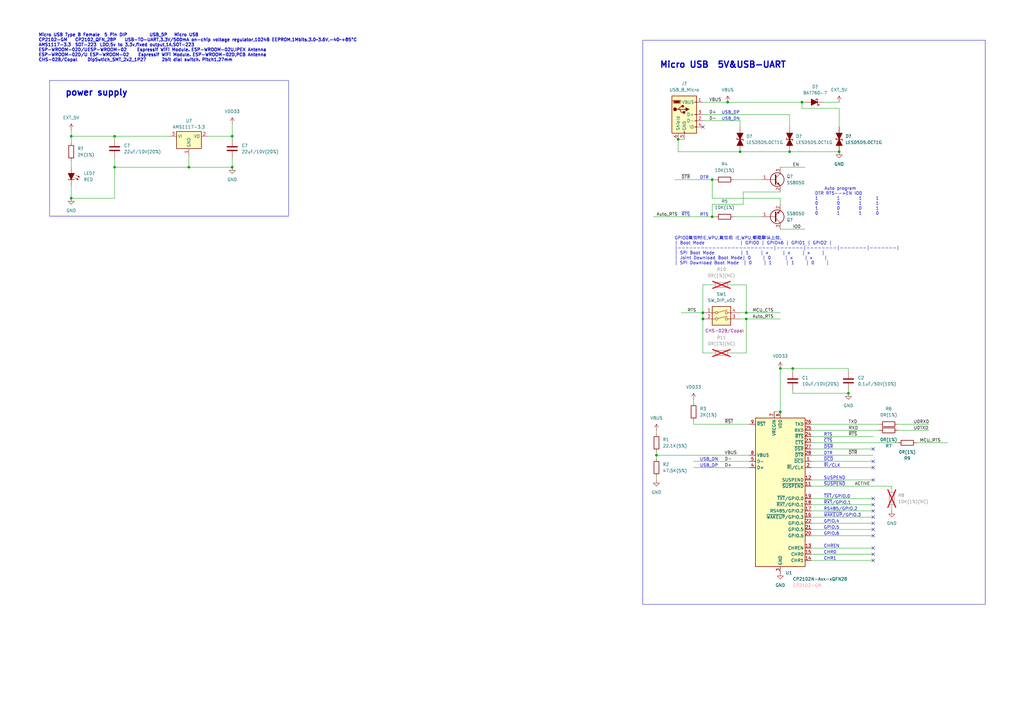
<source format=kicad_sch>
(kicad_sch (version 20250114) (generator "eeschema") (generator_version "9.0")
  (paper "A3")
  (lib_symbols
    (symbol "Connector:USB_B_Micro" (pin_names (offset 1.016))
      (property "Reference" "J" (at -5.08 11.43 0))
      (property "Value" "USB_B_Micro" (at -5.08 8.89 0))
      (symbol "USB_B_Micro_0_1"
        (rectangle (start -5.08 -7.62) (end 5.08 7.62) (stroke (width 0.254)) (fill (type background)))
        (polyline (pts (xy -4.699 5.842) (xy -4.699 5.588) (xy -4.445 4.826) (xy -4.445 4.572) (xy -1.651 4.572) (xy -1.651 4.826) (xy -1.397 5.588) (xy -1.397 5.842) (xy -4.699 5.842)))
        (polyline (pts (xy -4.318 5.588) (xy -1.778 5.588) (xy -2.032 4.826) (xy -4.064 4.826) (xy -4.318 5.588)) (fill (type outline)))
        (circle (center -3.81 2.159) (radius 0.635) (stroke (width 0.254)) (fill (type outline)))
        (polyline (pts (xy -3.175 2.159) (xy -2.54 2.159) (xy -1.27 3.429) (xy -0.635 3.429)) (stroke (width 0.254)))
        (polyline (pts (xy -2.54 2.159) (xy -1.905 2.159) (xy -1.27 0.889) (xy 0 0.889)) (stroke (width 0.254)))
        (polyline (pts (xy -1.905 2.159) (xy 0.635 2.159)) (stroke (width 0.254)))
        (circle (center -0.635 3.429) (radius 0.381) (stroke (width 0.254)) (fill (type outline)))
        (rectangle (start -0.127 -7.62) (end 0.127 -6.858))
        (rectangle (start 0.254 1.27) (end -0.508 0.508) (stroke (width 0.254)) (fill (type outline)))
        (polyline (pts (xy 0.635 2.794) (xy 0.635 1.524) (xy 1.905 2.159) (xy 0.635 2.794)) (stroke (width 0.254)) (fill (type outline)))
        (rectangle (start 5.08 4.953) (end 4.318 5.207))
        (rectangle (start 5.08 -0.127) (end 4.318 0.127))
        (rectangle (start 5.08 -2.667) (end 4.318 -2.413))
        (rectangle (start 5.08 -5.207) (end 4.318 -4.953))
      )
      (symbol "USB_B_Micro_1_1"
        (pin passive line (at -2.54 -10.16 90) (length 2.54) (name "Shield") (number "6"))
        (pin power_out line (at 0 -10.16 90) (length 2.54) (name "GND") (number "5"))
        (pin power_out line (at 7.62 5.08 180) (length 2.54) (name "VBUS") (number "1"))
        (pin bidirectional line (at 7.62 0 180) (length 2.54) (name "D+") (number "3"))
        (pin bidirectional line (at 7.62 -2.54 180) (length 2.54) (name "D-") (number "2"))
        (pin passive line (at 7.62 -5.08 180) (length 2.54) (name "ID") (number "4"))
      )
    )
    (symbol "Interface_USB:CP2102N-Axx-xQFN28"
      (property "Reference" "U" (at -8.89 31.75 0))
      (property "Value" "CP2102N-Axx-xQFN28" (at 12.7 31.75 0))
      (symbol "CP2102N-Axx-xQFN28_0_1"
        (rectangle (start -10.16 30.48) (end 10.16 -30.48) (stroke (width 0.254)) (fill (type background)))
      )
      (symbol "CP2102N-Axx-xQFN28_1_1"
        (pin input line (at -12.7 27.94 0) (length 2.54) (name "~{RST}") (number "9"))
        (pin input line (at -12.7 15.24 0) (length 2.54) (name "VBUS") (number "8"))
        (pin bidirectional line (at -12.7 12.7 0) (length 2.54) (name "D-") (number "5"))
        (pin bidirectional line (at -12.7 10.16 0) (length 2.54) (name "D+") (number "4"))
        (pin no_connect line (at -10.16 -27.94 0) (length 2.54) (hide yes) (name "NC") (number "10"))
        (pin power_in line (at -2.54 33.02 270) (length 2.54) (name "VREGIN") (number "7"))
        (pin power_in line (at 0 33.02 270) (length 2.54) (name "VDD") (number "6"))
        (pin passive line (at 0 -33.02 90) (length 2.54) (hide yes) (name "GND") (number "29"))
        (pin power_in line (at 0 -33.02 90) (length 2.54) (name "GND") (number "3"))
        (pin output line (at 12.7 27.94 180) (length 2.54) (name "TXD") (number "26"))
        (pin input line (at 12.7 25.4 180) (length 2.54) (name "RXD") (number "25"))
        (pin output line (at 12.7 22.86 180) (length 2.54) (name "~{RTS}") (number "24"))
        (pin input line (at 12.7 20.32 180) (length 2.54) (name "~{CTS}") (number "23"))
        (pin input line (at 12.7 17.78 180) (length 2.54) (name "~{DSR}") (number "27"))
        (pin output line (at 12.7 15.24 180) (length 2.54) (name "~{DTR}") (number "28"))
        (pin input line (at 12.7 12.7 180) (length 2.54) (name "~{DCD}") (number "1"))
        (pin bidirectional line (at 12.7 10.16 180) (length 2.54) (name "~{RI}/CLK") (number "2"))
        (pin output line (at 12.7 5.08 180) (length 2.54) (name "SUSPEND") (number "12"))
        (pin output line (at 12.7 2.54 180) (length 2.54) (name "~{SUSPEND}") (number "11"))
        (pin bidirectional line (at 12.7 -2.54 180) (length 2.54) (name "~{TXT}/GPIO.0") (number "19"))
        (pin bidirectional line (at 12.7 -5.08 180) (length 2.54) (name "~{RXT}/GPIO.1") (number "18"))
        (pin bidirectional line (at 12.7 -7.62 180) (length 2.54) (name "RS485/GPIO.2") (number "17"))
        (pin bidirectional line (at 12.7 -10.16 180) (length 2.54) (name "~{WAKEUP}/GPIO.3") (number "16"))
        (pin bidirectional line (at 12.7 -12.7 180) (length 2.54) (name "GPIO.4") (number "22"))
        (pin bidirectional line (at 12.7 -15.24 180) (length 2.54) (name "GPIO.5") (number "21"))
        (pin bidirectional line (at 12.7 -17.78 180) (length 2.54) (name "GPIO.6") (number "20"))
        (pin output line (at 12.7 -22.86 180) (length 2.54) (name "CHREN") (number "13"))
        (pin output line (at 12.7 -25.4 180) (length 2.54) (name "CHR0") (number "15"))
        (pin output line (at 12.7 -27.94 180) (length 2.54) (name "CHR1") (number "14"))
      )
    )
    (symbol "Library:BAT760-7" (pin_numbers (hide yes)) (pin_names (offset 1.016) (hide yes))
      (property "Reference" "D" (at 0 7.62 0))
      (property "Value" "BAT760-7" (at 0 5.08 0))
      (symbol "BAT760-7_0_1"
        (polyline (pts (xy -1.27 0) (xy 1.27 0)))
        (polyline (pts (xy -1.27 -1.27) (xy -1.27 1.27) (xy 1.27 0) (xy -1.27 -1.27)) (stroke (width 0.254)) (fill (type outline)))
        (polyline (pts (xy 1.905 -0.762) (xy 1.905 -1.27) (xy 1.27 -1.27) (xy 1.27 1.27) (xy 0.635 1.27) (xy 0.635 0.762)) (stroke (width 0.254)))
      )
      (symbol "BAT760-7_0_2"
        (polyline (pts (xy -2.54 -2.54) (xy 2.54 2.54)))
        (polyline (pts (xy -0.889 -0.889) (xy -1.778 0) (xy 0.889 0.889) (xy 0 -1.778) (xy -0.889 -0.889)) (stroke (width 0.254)) (fill (type outline)))
        (polyline (pts (xy 0 1.778) (xy 1.778 0)) (stroke (width 0.254)))
        (polyline (pts (xy 0 1.778) (xy -0.381 1.397) (xy 0 1.016)) (stroke (width 0.254)))
        (polyline (pts (xy 1.778 0) (xy 2.159 0.381) (xy 1.778 0.762)) (stroke (width 0.254)))
      )
      (symbol "BAT760-7_1_1"
        (pin passive line (at -3.81 0 0) (length 2.54) (name "A") (number "2"))
        (pin passive line (at 3.81 0 180) (length 2.54) (name "K") (number "1"))
      )
      (symbol "BAT760-7_1_2"
        (pin passive line (at -2.54 -2.54 0) (length 0) (name "A") (number "2"))
        (pin passive line (at 2.54 2.54 180) (length 0) (name "K") (number "1"))
      )
    )
    (symbol "Library:LESD5D5.0CT1G" (pin_numbers (hide yes)) (pin_names (offset 1.016) (hide yes))
      (property "Reference" "D" (at 0 7.62 0))
      (property "Value" "LESD5D5.0CT1G" (at 0 5.08 0))
      (symbol "LESD5D5.0CT1G_0_1"
        (polyline (pts (xy 0 1.27) (xy 0 -1.27)) (stroke (width 0.254)))
        (polyline (pts (xy 0 1.27) (xy 0.508 1.27)) (stroke (width 0.254)))
        (polyline (pts (xy 0 0) (xy -2.54 1.27) (xy -2.54 -1.27) (xy 0 0)) (stroke (width 0.254)) (fill (type outline)))
        (polyline (pts (xy 0 -1.27) (xy -0.508 -1.27)) (stroke (width 0.254)))
        (polyline (pts (xy 1.27 0) (xy -1.27 0)))
        (polyline (pts (xy 2.54 1.27) (xy 2.54 -1.27) (xy 0 0) (xy 2.54 1.27)) (stroke (width 0.254)) (fill (type outline)))
      )
      (symbol "LESD5D5.0CT1G_0_2"
        (polyline (pts (xy -3.81 -3.81) (xy 3.81 3.81)))
        (polyline (pts (xy -1.778 -1.778) (xy -2.667 -0.889) (xy 0 0) (xy -0.889 -2.667) (xy -1.778 -1.778)) (stroke (width 0.254)) (fill (type outline)))
        (polyline (pts (xy -0.889 0.889) (xy -1.27 0.508)) (stroke (width 0.254)))
        (polyline (pts (xy -0.889 0.889) (xy 0.889 -0.889)) (stroke (width 0.254)))
        (polyline (pts (xy 0.889 -0.889) (xy 1.27 -0.508)) (stroke (width 0.254)))
        (polyline (pts (xy 1.778 1.778) (xy 2.667 0.889) (xy 0 0) (xy 0.889 2.667) (xy 1.778 1.778)) (stroke (width 0.254)) (fill (type outline)))
      )
      (symbol "LESD5D5.0CT1G_1_1"
        (pin passive line (at -5.08 0 0) (length 2.54) (name "K") (number "1"))
        (pin passive line (at 5.08 0 180) (length 2.54) (name "A") (number "2"))
      )
      (symbol "LESD5D5.0CT1G_1_2"
        (pin passive line (at -3.81 -3.81 0) (length 0) (name "A") (number "2"))
        (pin passive line (at 3.81 3.81 180) (length 0) (name "K") (number "1"))
      )
    )
    (symbol "PCM_Capacitor_AKL:C_1206" (pin_numbers (hide yes)) (pin_names (offset 0.254))
      (property "Reference" "C" (at 0.635 2.54 0))
      (property "Value" "C_1206" (at 0.635 -2.54 0))
      (symbol "C_1206_0_1"
        (polyline (pts (xy -2.032 0.762) (xy 2.032 0.762)) (stroke (width 0.508)))
        (polyline (pts (xy -2.032 -0.762) (xy 2.032 -0.762)) (stroke (width 0.508)))
      )
      (symbol "C_1206_0_2"
        (polyline (pts (xy -2.54 -2.54) (xy -0.381 -0.381)))
        (polyline (pts (xy -0.508 -0.508) (xy -1.651 0.635)) (stroke (width 0.508)))
        (polyline (pts (xy -0.508 -0.508) (xy 0.635 -1.651)) (stroke (width 0.508)))
        (polyline (pts (xy 0.381 0.381) (xy 2.54 2.54)))
        (polyline (pts (xy 0.508 0.508) (xy -0.635 1.651)) (stroke (width 0.508)))
        (polyline (pts (xy 0.508 0.508) (xy 1.651 -0.635)) (stroke (width 0.508)))
      )
      (symbol "C_1206_1_1"
        (pin passive line (at 0 3.81 270) (length 2.794) (name "~") (number "1"))
        (pin passive line (at 0 -3.81 90) (length 2.794) (name "~") (number "2"))
      )
      (symbol "C_1206_1_2"
        (pin passive line (at -2.54 -2.54 90) (length 0) (name "~") (number "2"))
        (pin passive line (at 2.54 2.54 270) (length 0) (name "~") (number "1"))
      )
    )
    (symbol "PCM_LED_AKL:LED_1206" (pin_numbers (hide yes)) (pin_names (offset 1.016) (hide yes))
      (property "Reference" "LED" (at 0 7.62 0))
      (property "Value" "LED_1206" (at 0 5.08 0))
      (symbol "LED_1206_0_1"
        (polyline (pts (xy -1.27 1.27) (xy -1.27 -1.27) (xy 1.27 0) (xy -1.27 1.27)) (stroke (width 0.254)) (fill (type outline)))
        (polyline (pts (xy -0.508 1.905) (xy 0.254 3.429)) (stroke (width 0.1524)))
        (polyline (pts (xy 0 2.921) (xy -0.254 3.048)) (stroke (width 0.1524)))
        (polyline (pts (xy 0 2.921) (xy 0.254 2.794)) (stroke (width 0.1524)))
        (polyline (pts (xy 0.254 2.794) (xy -0.254 3.048) (xy 0.254 3.429) (xy 0.254 2.794)) (stroke (width 0.1524)) (fill (type outline)))
        (polyline (pts (xy 0.508 1.397) (xy 1.27 2.921)) (stroke (width 0.1524)))
        (polyline (pts (xy 1.016 2.413) (xy 0.762 2.54)) (stroke (width 0.1524)))
        (polyline (pts (xy 1.016 2.413) (xy 1.27 2.286)) (stroke (width 0.1524)))
        (polyline (pts (xy 1.27 2.286) (xy 0.762 2.54) (xy 1.27 2.921) (xy 1.27 2.286)) (stroke (width 0.1524)) (fill (type outline)))
        (polyline (pts (xy 1.27 1.27) (xy 1.27 -1.27)) (stroke (width 0.254)))
        (polyline (pts (xy 1.27 0) (xy -1.27 0)))
      )
      (symbol "LED_1206_0_2"
        (polyline (pts (xy -2.54 -2.54) (xy 2.54 2.54)))
        (polyline (pts (xy -2.159 2.413) (xy -2.286 1.778) (xy -1.6764 1.9812) (xy -2.159 2.413)) (fill (type outline)))
        (polyline (pts (xy -1.651 0.889) (xy -2.159 2.413)))
        (polyline (pts (xy -1.016 2.794) (xy -1.143 2.159) (xy -0.5334 2.3622) (xy -1.016 2.794)) (fill (type outline)))
        (polyline (pts (xy -0.889 -0.889) (xy -1.778 0) (xy 0.889 0.889) (xy 0 -1.778) (xy -0.889 -0.889)) (stroke (width 0.254)) (fill (type outline)))
        (polyline (pts (xy -0.508 1.27) (xy -1.016 2.794)))
        (polyline (pts (xy 0 1.778) (xy 1.778 0)) (stroke (width 0.254)))
      )
      (symbol "LED_1206_1_1"
        (pin passive line (at -3.81 0 0) (length 2.54) (name "A") (number "2"))
        (pin passive line (at 3.81 0 180) (length 2.54) (name "K") (number "1"))
      )
      (symbol "LED_1206_1_2"
        (pin passive line (at -2.54 -2.54 0) (length 0) (name "A") (number "2"))
        (pin passive line (at 2.54 2.54 180) (length 0) (name "K") (number "1"))
      )
    )
    (symbol "PCM_Resistor_AKL:R_1206" (pin_numbers (hide yes)) (pin_names (offset 0))
      (property "Reference" "R" (at 2.54 1.27 0))
      (property "Value" "R_1206" (at 2.54 -1.27 0))
      (symbol "R_1206_0_1"
        (rectangle (start -1.016 2.54) (end 1.016 -2.54) (stroke (width 0.254)))
      )
      (symbol "R_1206_0_2"
        (polyline (pts (xy -2.54 -2.54) (xy -1.524 -1.524)))
        (polyline (pts (xy 1.524 1.524) (xy 2.54 2.54)))
        (polyline (pts (xy 1.524 1.524) (xy 0.889 2.159) (xy -2.159 -0.889) (xy -0.889 -2.159) (xy 2.159 0.889) (xy 1.524 1.524)) (stroke (width 0.254)))
      )
      (symbol "R_1206_1_1"
        (pin passive line (at 0 3.81 270) (length 1.27) (name "~") (number "1"))
        (pin passive line (at 0 -3.81 90) (length 1.27) (name "~") (number "2"))
      )
      (symbol "R_1206_1_2"
        (pin passive line (at -2.54 -2.54 0) (length 0) (name "") (number "2"))
        (pin passive line (at 2.54 2.54 180) (length 0) (name "") (number "1"))
      )
    )
    (symbol "Regulator_Linear:AMS1117-3.3"
      (property "Reference" "U" (at -3.81 3.175 0))
      (property "Value" "AMS1117-3.3" (at 0 3.175 0))
      (symbol "AMS1117-3.3_0_1"
        (rectangle (start -5.08 -5.08) (end 5.08 1.905) (stroke (width 0.254)) (fill (type background)))
      )
      (symbol "AMS1117-3.3_1_1"
        (pin power_in line (at -7.62 0 0) (length 2.54) (name "VI") (number "3"))
        (pin power_in line (at 0 -7.62 90) (length 2.54) (name "GND") (number "1"))
        (pin power_out line (at 7.62 0 180) (length 2.54) (name "VO") (number "2"))
      )
    )
    (symbol "Switch:SW_DIP_x02" (pin_names (offset 0) (hide yes))
      (property "Reference" "SW" (at 0 6.35 0))
      (property "Value" "SW_DIP_x02" (at 0 -3.81 0))
      (symbol "SW_DIP_x02_0_0"
        (circle (center -2.032 2.54) (radius 0.508))
        (circle (center -2.032 0) (radius 0.508))
        (polyline (pts (xy -1.524 2.667) (xy 2.3622 3.7084)))
        (polyline (pts (xy -1.524 0.127) (xy 2.3622 1.1684)))
        (circle (center 2.032 2.54) (radius 0.508))
        (circle (center 2.032 0) (radius 0.508))
      )
      (symbol "SW_DIP_x02_0_1"
        (rectangle (start -3.81 5.08) (end 3.81 -2.54) (stroke (width 0.254)) (fill (type background)))
      )
      (symbol "SW_DIP_x02_1_1"
        (pin passive line (at -7.62 2.54 0) (length 5.08) (name "~") (number "1"))
        (pin passive line (at -7.62 0 0) (length 5.08) (name "~") (number "2"))
        (pin passive line (at 7.62 2.54 180) (length 5.08) (name "~") (number "4"))
        (pin passive line (at 7.62 0 180) (length 5.08) (name "~") (number "3"))
      )
    )
    (symbol "Transistor_BJT:SS8050" (pin_names (offset 0) (hide yes))
      (property "Reference" "Q" (at 5.08 1.905 0))
      (property "Value" "SS8050" (at 5.08 0 0))
      (symbol "SS8050_0_1"
        (polyline (pts (xy -2.54 0) (xy 0.635 0)))
        (polyline (pts (xy 0.635 1.905) (xy 0.635 -1.905)) (stroke (width 0.508)))
        (circle (center 1.27 0) (radius 2.8194) (stroke (width 0.254)))
      )
      (symbol "SS8050_1_1"
        (polyline (pts (xy 0.635 0.635) (xy 2.54 2.54)))
        (polyline (pts (xy 0.635 -0.635) (xy 2.54 -2.54)))
        (polyline (pts (xy 1.27 -1.778) (xy 1.778 -1.27) (xy 2.286 -2.286) (xy 1.27 -1.778)) (fill (type outline)))
        (pin input line (at -5.08 0 0) (length 2.54) (name "B") (number "1"))
        (pin passive line (at 2.54 5.08 270) (length 2.54) (name "C") (number "3"))
        (pin passive line (at 2.54 -5.08 90) (length 2.54) (name "E") (number "2"))
      )
    )
    (symbol "power:+5V" (power) (pin_numbers (hide yes)) (pin_names (offset 0) (hide yes))
      (property "Value" "+5V" (at 0 3.556 0))
      (symbol "+5V_0_1"
        (polyline (pts (xy -0.762 1.27) (xy 0 2.54)))
        (polyline (pts (xy 0 2.54) (xy 0.762 1.27)))
        (polyline (pts (xy 0 0) (xy 0 2.54)))
      )
      (symbol "+5V_1_1"
        (pin power_in line (at 0 0 90) (length 0) (name "~") (number "1"))
      )
    )
    (symbol "power:GND" (power) (pin_numbers (hide yes)) (pin_names (offset 0) (hide yes))
      (property "Value" "GND" (at 0 -3.81 0))
      (symbol "GND_0_1"
        (polyline (pts (xy 0 0) (xy 0 -1.27) (xy 1.27 -1.27) (xy 0 -2.54) (xy -1.27 -1.27) (xy 0 -1.27)))
      )
      (symbol "GND_1_1"
        (pin power_in line (at 0 0 270) (length 0) (name "~") (number "1"))
      )
    )
    (symbol "power:VBUS" (power) (pin_numbers (hide yes)) (pin_names (offset 0) (hide yes))
      (property "Value" "VBUS" (at 0 3.556 0))
      (symbol "VBUS_0_1"
        (polyline (pts (xy -0.762 1.27) (xy 0 2.54)))
        (polyline (pts (xy 0 2.54) (xy 0.762 1.27)))
        (polyline (pts (xy 0 0) (xy 0 2.54)))
      )
      (symbol "VBUS_1_1"
        (pin power_in line (at 0 0 90) (length 0) (name "~") (number "1"))
      )
    )
  )
  (rectangle (start 263.652 16.51) (end 404.114 247.904))
  (rectangle (start 20.32 33.02) (end 118.364 88.646))
  (text "~{WAKEUP}/GPIO.3" (at 337.82 212.09 0) (effects (font (size 1.27 1.27)) (justify left bottom)))
  (text "SUSPEND" (at 337.82 196.85 0) (effects (font (size 1.27 1.27)) (justify left bottom)))
  (text "USB_DP" (at 295.91 46.99 0) (effects (font (size 1.27 1.27)) (justify left bottom)))
  (text "GPIO.5" (at 337.82 217.17 0) (effects (font (size 1.27 1.27)) (justify left bottom)))
  (text "CHR0" (at 337.82 227.33 0) (effects (font (size 1.27 1.27)) (justify left bottom)))
  (text "DTR" (at 287.02 73.66 0) (effects (font (size 1.27 1.27)) (justify left bottom)))
  (text "~{RI}/CLK" (at 337.82 191.77 0) (effects (font (size 1.27 1.27)) (justify left bottom)))
  (text "CHREN" (at 337.82 224.79 0) (effects (font (size 1.27 1.27)) (justify left bottom)))
  (text "GPIO.4" (at 337.82 214.63 0) (effects (font (size 1.27 1.27)) (justify left bottom)))
  (text "     Auto program\n DTR RTS-->EN IO0\n 1        1        1      1\n 0        0        1      1\n 1        0        0      1\n 0        1        1      0" (at 333.248 82.55 0) (effects (font (size 1.27 1.27)) (justify left)))
  (text "~{CTS}" (at 337.82 181.61 0) (effects (font (size 1.27 1.27)) (justify left bottom)))
  (text "~{TXT}/GPIO.0" (at 337.82 204.47 0) (effects (font (size 1.27 1.27)) (justify left bottom)))
  (text "CHR1" (at 337.82 229.87 0) (effects (font (size 1.27 1.27)) (justify left bottom)))
  (text "RTS" (at 337.82 179.07 0) (effects (font (size 1.27 1.27)) (justify left bottom)))
  (text "RS485/GPIO.2" (at 337.82 209.55 0) (effects (font (size 1.27 1.27)) (justify left bottom)))
  (text "~{DSR}" (at 337.82 184.15 0) (effects (font (size 1.27 1.27)) (justify left bottom)))
  (text "Micro USB  5V&USB-UART" (at 270.51 26.67 0) (effects (font (size 2.54 2.54) (thickness 0.508) (bold yes)) (justify left)))
  (text "~{DCD}" (at 337.82 189.23 0) (effects (font (size 1.27 1.27)) (justify left bottom)))
  (text "GPIO0复位时IE,WPU,复位后 IE,WPU,都是默认上拉.\n| Boot Mode               | GPIO0 | GPIO46 | GPIO1 | GPIO2 |\n|-------------------------|-------|--------|-------|-------|\n| SPI Boot Mode           | 1     | x      | x     | x     |\n| Joint Download Boot Mode| 0     | 0      | x     | x     |\n| SPI Download Boot Mode  | 0     | 1      | 1     | 0     |" (at 276.606 102.87 0) (effects (font (size 1.27 1.27)) (justify left)))
  (text "USB_DN" (at 295.91 49.53 0) (effects (font (size 1.27 1.27)) (justify left bottom)))
  (text "USB_DN" (at 287.02 189.23 0) (effects (font (size 1.27 1.27)) (justify left bottom)))
  (text "USB_DP" (at 287.02 191.77 0) (effects (font (size 1.27 1.27)) (justify left bottom)))
  (text "GPIO.6" (at 337.82 219.71 0) (effects (font (size 1.27 1.27)) (justify left bottom)))
  (text "~{SUSPEND}" (at 337.82 199.39 0) (effects (font (size 1.27 1.27)) (justify left bottom)))
  (text "Micro USB Type B Female  5 Pin DIP	USB_5P	Micro USB\nCP2102-GM	CP2102_QFN_28P	USB-TO-UART,3.3V/500mA on-chip voltage regulator,1024B EEPROM,1Mbits,3.0~3.6V,-40~+85°C\nAMS1117-3.3	SOT-223	LDO,5v to 3.3v,fixed output,1A,SOT-223\nESP-WROOM-02D/U	ESP-WROOM-02	Espressif WiFi Module，ESP-WROOM-02U,IPEX Antenna\nESP-WROOM-02D/U ESP-WROOM-02    Espressif WiFi Module，ESP-WROOM-02D,PCB Antenna\nCHS-02B/Copal	DipSwtich_SMT_2x2_1P27	2bit dial switch，Pitch1.27mm\n" (at 15.748 19.558 0) (effects (font (size 1.27 1.27) (thickness 0.254) (bold yes)) (justify left)))
  (text "DTR" (at 337.82 186.69 0) (effects (font (size 1.27 1.27)) (justify left bottom)))
  (text "RTS" (at 287.02 88.9 0) (effects (font (size 1.27 1.27)) (justify left bottom)))
  (text "~{RXT}/GPIO.1" (at 337.82 207.01 0) (effects (font (size 1.27 1.27)) (justify left bottom)))
  (text "~{RTS}" (at 279.4 88.9 0) (effects (font (size 1.27 1.27)) (justify left bottom)))
  (text "power supply" (exclude_from_sim yes) (at 26.67 38.1 0) (effects (font (size 2.54 2.54) (thickness 0.508) (bold yes)) (justify left)))
  (junction (at 325.12 151.13))
  (junction (at 306.07 130.81))
  (junction (at 288.29 128.27))
  (junction (at 269.24 186.69))
  (junction (at 95.25 68.58))
  (junction (at 320.04 151.13))
  (junction (at 278.13 57.15))
  (junction (at 29.21 55.88))
  (junction (at 306.07 128.27))
  (junction (at 292.1 88.9))
  (junction (at 344.17 62.23))
  (junction (at 347.98 161.29))
  (junction (at 95.25 55.88))
  (junction (at 303.53 62.23))
  (junction (at 29.21 81.28))
  (junction (at 46.99 68.58))
  (junction (at 288.29 130.81))
  (junction (at 323.85 62.23))
  (junction (at 292.1 73.66))
  (junction (at 77.47 68.58))
  (junction (at 46.99 55.88))
  (junction (at 298.45 41.91))
  (junction (at 328.93 41.91))
  (junction (at 320.04 168.91))
  (no_connect (at 358.14 189.23))
  (no_connect (at 358.14 212.09))
  (no_connect (at 358.14 209.55))
  (no_connect (at 358.14 196.85))
  (no_connect (at 358.14 191.77))
  (no_connect (at 358.14 207.01))
  (no_connect (at 358.14 227.33))
  (no_connect (at 358.14 217.17))
  (no_connect (at 358.14 204.47))
  (no_connect (at 358.14 219.71))
  (no_connect (at 358.14 229.87))
  (no_connect (at 358.14 184.15))
  (no_connect (at 358.14 224.79))
  (no_connect (at 288.29 52.07))
  (no_connect (at 358.14 214.63))
  (wire (pts (xy 304.8 78.74) (xy 320.04 78.74)))
  (wire (pts (xy 358.14 207.01) (xy 332.74 207.01)))
  (wire (pts (xy 95.25 55.88) (xy 95.25 57.15)))
  (wire (pts (xy 46.99 55.88) (xy 69.85 55.88)))
  (wire (pts (xy 320.04 81.28) (xy 320.04 83.82)))
  (wire (pts (xy 288.29 41.91) (xy 298.45 41.91)))
  (wire (pts (xy 46.99 55.88) (xy 46.99 57.15)))
  (wire (pts (xy 269.24 195.58) (xy 269.24 196.85)))
  (wire (pts (xy 358.14 229.87) (xy 332.74 229.87)))
  (wire (pts (xy 325.12 151.13) (xy 347.98 151.13)))
  (wire (pts (xy 284.48 163.83) (xy 284.48 165.1)))
  (wire (pts (xy 284.48 172.72) (xy 284.48 173.99)))
  (wire (pts (xy 344.17 44.45) (xy 344.17 52.07)))
  (wire (pts (xy 29.21 76.2) (xy 29.21 81.28)))
  (wire (pts (xy 323.85 62.23) (xy 344.17 62.23)))
  (wire (pts (xy 368.3 176.53) (xy 381 176.53)))
  (wire (pts (xy 284.48 173.99) (xy 307.34 173.99)))
  (wire (pts (xy 267.97 88.9) (xy 292.1 88.9)))
  (wire (pts (xy 298.45 41.91) (xy 328.93 41.91)))
  (wire (pts (xy 328.93 44.45) (xy 344.17 44.45)))
  (wire (pts (xy 358.14 227.33) (xy 332.74 227.33)))
  (wire (pts (xy 29.21 66.04) (xy 29.21 68.58)))
  (wire (pts (xy 368.3 173.99) (xy 381 173.99)))
  (wire (pts (xy 95.25 64.77) (xy 95.25 68.58)))
  (wire (pts (xy 337.82 41.91) (xy 344.17 41.91)))
  (wire (pts (xy 29.21 53.34) (xy 29.21 55.88)))
  (wire (pts (xy 269.24 185.42) (xy 269.24 186.69)))
  (wire (pts (xy 299.72 144.78) (xy 306.07 144.78)))
  (wire (pts (xy 292.1 81.28) (xy 320.04 81.28)))
  (wire (pts (xy 292.1 83.82) (xy 304.8 83.82)))
  (wire (pts (xy 306.07 128.27) (xy 320.04 128.27)))
  (wire (pts (xy 358.14 204.47) (xy 332.74 204.47)))
  (wire (pts (xy 288.29 144.78) (xy 292.1 144.78)))
  (wire (pts (xy 358.14 184.15) (xy 332.74 184.15)))
  (wire (pts (xy 77.47 68.58) (xy 95.25 68.58)))
  (wire (pts (xy 328.93 41.91) (xy 330.2 41.91)))
  (wire (pts (xy 300.99 88.9) (xy 312.42 88.9)))
  (wire (pts (xy 46.99 81.28) (xy 29.21 81.28)))
  (wire (pts (xy 358.14 209.55) (xy 332.74 209.55)))
  (wire (pts (xy 288.29 46.99) (xy 323.85 46.99)))
  (wire (pts (xy 332.74 176.53) (xy 360.68 176.53)))
  (wire (pts (xy 278.13 62.23) (xy 278.13 57.15)))
  (wire (pts (xy 320.04 68.58) (xy 330.2 68.58)))
  (wire (pts (xy 303.53 128.27) (xy 306.07 128.27)))
  (wire (pts (xy 323.85 46.99) (xy 323.85 52.07)))
  (wire (pts (xy 320.04 93.98) (xy 330.2 93.98)))
  (wire (pts (xy 276.86 73.66) (xy 292.1 73.66)))
  (wire (pts (xy 332.74 199.39) (xy 365.76 199.39)))
  (wire (pts (xy 332.74 173.99) (xy 360.68 173.99)))
  (wire (pts (xy 358.14 189.23) (xy 332.74 189.23)))
  (wire (pts (xy 320.04 151.13) (xy 320.04 168.91)))
  (wire (pts (xy 85.09 55.88) (xy 95.25 55.88)))
  (wire (pts (xy 306.07 130.81) (xy 303.53 130.81)))
  (wire (pts (xy 306.07 144.78) (xy 306.07 130.81)))
  (wire (pts (xy 292.1 116.84) (xy 288.29 116.84)))
  (wire (pts (xy 29.21 55.88) (xy 46.99 55.88)))
  (wire (pts (xy 46.99 64.77) (xy 46.99 68.58)))
  (wire (pts (xy 347.98 160.02) (xy 347.98 161.29)))
  (wire (pts (xy 358.14 224.79) (xy 332.74 224.79)))
  (wire (pts (xy 292.1 88.9) (xy 293.37 88.9)))
  (wire (pts (xy 365.76 208.28) (xy 365.76 209.55)))
  (wire (pts (xy 365.76 199.39) (xy 365.76 200.66)))
  (wire (pts (xy 306.07 128.27) (xy 306.07 116.84)))
  (wire (pts (xy 325.12 160.02) (xy 325.12 161.29)))
  (wire (pts (xy 284.48 191.77) (xy 307.34 191.77)))
  (wire (pts (xy 46.99 68.58) (xy 46.99 81.28)))
  (wire (pts (xy 269.24 186.69) (xy 269.24 187.96)))
  (wire (pts (xy 375.92 181.61) (xy 388.62 181.61)))
  (wire (pts (xy 279.4 128.27) (xy 288.29 128.27)))
  (wire (pts (xy 347.98 151.13) (xy 347.98 152.4)))
  (wire (pts (xy 95.25 50.8) (xy 95.25 55.88)))
  (wire (pts (xy 358.14 212.09) (xy 332.74 212.09)))
  (wire (pts (xy 306.07 116.84) (xy 299.72 116.84)))
  (wire (pts (xy 358.14 219.71) (xy 332.74 219.71)))
  (wire (pts (xy 328.93 41.91) (xy 328.93 44.45)))
  (wire (pts (xy 358.14 191.77) (xy 332.74 191.77)))
  (wire (pts (xy 278.13 57.15) (xy 280.67 57.15)))
  (wire (pts (xy 288.29 49.53) (xy 303.53 49.53)))
  (wire (pts (xy 46.99 68.58) (xy 77.47 68.58)))
  (wire (pts (xy 358.14 196.85) (xy 332.74 196.85)))
  (wire (pts (xy 269.24 186.69) (xy 307.34 186.69)))
  (wire (pts (xy 303.53 49.53) (xy 303.53 52.07)))
  (wire (pts (xy 325.12 151.13) (xy 325.12 152.4)))
  (wire (pts (xy 278.13 62.23) (xy 303.53 62.23)))
  (wire (pts (xy 269.24 176.53) (xy 269.24 177.8)))
  (wire (pts (xy 358.14 179.07) (xy 332.74 179.07)))
  (wire (pts (xy 292.1 73.66) (xy 293.37 73.66)))
  (wire (pts (xy 347.98 161.29) (xy 325.12 161.29)))
  (wire (pts (xy 288.29 128.27) (xy 288.29 130.81)))
  (wire (pts (xy 358.14 214.63) (xy 332.74 214.63)))
  (wire (pts (xy 77.47 63.5) (xy 77.47 68.58)))
  (wire (pts (xy 288.29 130.81) (xy 288.29 144.78)))
  (wire (pts (xy 304.8 83.82) (xy 304.8 78.74)))
  (wire (pts (xy 292.1 73.66) (xy 292.1 81.28)))
  (wire (pts (xy 306.07 130.81) (xy 320.04 130.81)))
  (wire (pts (xy 300.99 73.66) (xy 312.42 73.66)))
  (wire (pts (xy 358.14 186.69) (xy 332.74 186.69)))
  (wire (pts (xy 29.21 55.88) (xy 29.21 58.42)))
  (wire (pts (xy 332.74 181.61) (xy 368.3 181.61)))
  (wire (pts (xy 292.1 83.82) (xy 292.1 88.9)))
  (wire (pts (xy 303.53 62.23) (xy 323.85 62.23)))
  (wire (pts (xy 288.29 116.84) (xy 288.29 128.27)))
  (wire (pts (xy 358.14 217.17) (xy 332.74 217.17)))
  (wire (pts (xy 284.48 189.23) (xy 307.34 189.23)))
  (wire (pts (xy 320.04 151.13) (xy 325.12 151.13)))
  (wire (pts (xy 317.5 168.91) (xy 320.04 168.91)))
  (label "RXD" (at 347.98 176.53 0))
  (label "~{RTS}" (at 347.98 179.07 0))
  (label "~{RST}" (at 297.18 173.99 0))
  (label "VBUS" (at 290.83 41.91 0))
  (label "~{DTR}" (at 279.4 73.66 0))
  (label "D-" (at 297.18 189.23 0))
  (label "Auto_RTS" (at 308.61 130.81 0))
  (label "ACTIVE" (at 350.52 199.39 0))
  (label "D-" (at 290.83 49.53 0))
  (label "U0TXD" (at 374.65 176.53 0))
  (label "D+" (at 290.83 46.99 0))
  (label "IO0" (at 325.12 93.98 0))
  (label "MCU_RTS" (at 377.19 181.61 0))
  (label "MCU_CTS" (at 308.61 128.27 0))
  (label "RTS" (at 281.94 128.27 0))
  (label "~{DTR}" (at 347.98 186.69 0))
  (label "EN" (at 325.12 68.58 0))
  (label "TXD" (at 347.98 173.99 0))
  (label "Auto_RTS" (at 269.24 88.9 0))
  (label "VBUS" (at 297.18 186.69 0))
  (label "U0RXD" (at 374.65 173.99 0))
  (label "D+" (at 297.18 191.77 0))
  (symbol (lib_id "Transistor_BJT:SS8050") (at 317.5 73.66 0) (unit 1)
    (property "Reference" "Q?" (at 322.58 72.3899 0) (effects (justify left)))
    (property "Value" "SS8050" (at 322.58 74.9299 0) (effects (justify left)))
    (property "Footprint" "Package_TO_SOT_SMD:SOT-23" (effects (hide yes)))
    (property "Datasheet" "http://www.secosgmbh.com/datasheet/products/SSMPTransistor/SOT-23/SS8050.pdf" (effects (hide yes)))
    (property "Description" "General Purpose NPN Transistor, 1.5A Ic, 25V Vce, SOT-23" (effects (hide yes)))
  )
  (symbol (lib_id "PCM_Resistor_AKL:R_1206") (at 269.24 191.77 180) (unit 1)
    (property "Reference" "R2" (at 271.78 190.4999 0) (effects (justify right)))
    (property "Value" "47.5K(5%)" (at 271.78 193.0399 0) (effects (justify right)))
    (property "Footprint" "PCM_Resistor_SMD_AKL:R_1206_3216Metric" (effects (hide yes)))
    (property "Description" "SMD 1206 Chip Resistor, European Symbol, Alternate KiCad Library" (effects (hide yes)))
  )
  (symbol (lib_id "power:GND") (at 347.98 161.29 0) (unit 1)
    (property "Reference" "#PWR09" (effects (hide yes)))
    (property "Value" "GND" (at 347.98 166.37 0))
    (property "Description" "Power symbol creates a global label with name \"GND\" , ground" (effects (hide yes)))
  )
  (symbol (lib_id "power:GND") (at 365.76 209.55 0) (unit 1)
    (property "Reference" "#PWR010" (effects (hide yes)))
    (property "Value" "GND" (at 365.76 214.63 0))
    (property "Description" "Power symbol creates a global label with name \"GND\" , ground" (effects (hide yes)))
  )
  (symbol (lib_id "PCM_Resistor_AKL:R_1206") (at 372.11 181.61 270) (mirror x) (unit 1)
    (property "Reference" "R9" (at 372.11 187.96 90))
    (property "Value" "0R(1%)" (at 372.11 185.42 90))
    (property "Footprint" "PCM_Resistor_SMD_AKL:R_1206_3216Metric" (effects (hide yes)))
    (property "Description" "SMD 1206 Chip Resistor, European Symbol, Alternate KiCad Library" (effects (hide yes)))
  )
  (symbol (lib_id "power:GND") (at 320.04 234.95 0) (unit 1)
    (property "Reference" "#PWR06" (effects (hide yes)))
    (property "Value" "GND" (at 320.04 240.03 0))
    (property "Description" "Power symbol creates a global label with name \"GND\" , ground" (effects (hide yes)))
  )
  (symbol (lib_id "PCM_Resistor_AKL:R_1206") (at 297.18 88.9 90) (unit 1)
    (property "Reference" "R5" (at 297.18 82.55 90))
    (property "Value" "10K(1%)" (at 297.18 85.09 90))
    (property "Footprint" "PCM_Resistor_SMD_AKL:R_1206_3216Metric" (effects (hide yes)))
    (property "Description" "SMD 1206 Chip Resistor, European Symbol, Alternate KiCad Library" (effects (hide yes)))
  )
  (symbol (lib_id "PCM_Resistor_AKL:R_1206") (at 295.91 144.78 270) (unit 1) (dnp yes)
    (property "Reference" "R11" (at 295.91 138.43 90))
    (property "Value" "0R(1%)(NC)" (at 295.91 140.97 90))
    (property "Footprint" "PCM_Resistor_SMD_AKL:R_1206_3216Metric" (effects (hide yes)))
    (property "Description" "SMD 1206 Chip Resistor, European Symbol, Alternate KiCad Library" (effects (hide yes)))
  )
  (symbol (lib_id "Library:LESD5D5.0CT1G") (at 344.17 57.15 90) (unit 1)
    (property "Reference" "D?" (at 346.71 55.8799 90) (effects (justify right)))
    (property "Value" "LESD5D5.0CT1G" (at 346.71 58.4199 90) (effects (justify right)))
    (property "Footprint" "Diode_SMD:D_SOD-523" (effects (hide yes)))
    (property "Datasheet" "https://www.jlc-smt.com/lcsc/detail?componentCode=C383211&spm=smt-pc.search-result.list.0" (effects (hide yes)))
    (property "Description" "Bidirectional TVS Diode, Generic symbol, Alternate KiCAD Library" (effects (hide yes)))
  )
  (symbol (lib_id "power:+5V") (at 95.25 50.8 0) (unit 1)
    (property "Reference" "#PWR?" (effects (hide yes)))
    (property "Value" "VDD33" (at 95.25 45.72 0))
    (property "Description" "Power symbol creates a global label with name \"+5V\"" (effects (hide yes)))
  )
  (symbol (lib_id "PCM_Resistor_AKL:R_1206") (at 364.49 176.53 270) (mirror x) (unit 1)
    (property "Reference" "R7" (at 364.49 182.88 90))
    (property "Value" "0R(1%)" (at 364.49 180.34 90))
    (property "Footprint" "PCM_Resistor_SMD_AKL:R_1206_3216Metric" (effects (hide yes)))
    (property "Description" "SMD 1206 Chip Resistor, European Symbol, Alternate KiCad Library" (effects (hide yes)))
  )
  (symbol (lib_id "PCM_Capacitor_AKL:C_1206") (at 347.98 156.21 0) (unit 1)
    (property "Reference" "C2" (at 351.79 154.9399 0) (effects (justify left)))
    (property "Value" "0.1uF/50V(10%)" (at 351.79 157.4799 0) (effects (justify left)))
    (property "Footprint" "PCM_Capacitor_SMD_AKL:C_1206_3216Metric" (effects (hide yes)))
    (property "Description" "SMD 1206 MLCC capacitor, Alternate KiCad Library" (effects (hide yes)))
  )
  (symbol (lib_id "Connector:USB_B_Micro") (at 280.67 46.99 0) (unit 1)
    (property "Reference" "J?" (at 280.67 34.29 0))
    (property "Value" "USB_B_Micro" (at 280.67 36.83 0))
    (property "Description" "USB Micro Type B connector" (effects (hide yes)))
  )
  (symbol (lib_id "PCM_Resistor_AKL:R_1206") (at 364.49 173.99 270) (unit 1)
    (property "Reference" "R6" (at 364.49 167.64 90))
    (property "Value" "0R(1%)" (at 364.49 170.18 90))
    (property "Footprint" "PCM_Resistor_SMD_AKL:R_1206_3216Metric" (effects (hide yes)))
    (property "Description" "SMD 1206 Chip Resistor, European Symbol, Alternate KiCad Library" (effects (hide yes)))
  )
  (symbol (lib_id "Regulator_Linear:AMS1117-3.3") (at 77.47 55.88 0) (unit 1)
    (property "Reference" "U?" (at 77.47 49.53 0))
    (property "Value" "AMS1117-3.3" (at 77.47 52.07 0))
    (property "Footprint" "Package_TO_SOT_SMD:SOT-223-3_TabPin2" (effects (hide yes)))
    (property "Datasheet" "http://www.advanced-monolithic.com/pdf/ds1117.pdf" (effects (hide yes)))
    (property "Description" "1A Low Dropout regulator, positive, 3.3V fixed output, SOT-223" (effects (hide yes)))
  )
  (symbol (lib_id "power:+5V") (at 344.17 41.91 0) (unit 1)
    (property "Reference" "#PWR07" (effects (hide yes)))
    (property "Value" "EXT_5V" (at 344.17 36.83 0))
    (property "Description" "Power symbol creates a global label with name \"+5V\"" (effects (hide yes)))
  )
  (symbol (lib_id "Switch:SW_DIP_x02") (at 295.91 130.81 0) (unit 1)
    (property "Reference" "SW1" (at 295.91 120.65 0))
    (property "Value" "SW_DIP_x02" (at 295.91 123.19 0))
    (property "Description" "2x DIP Switch, Single Pole Single Throw (SPST) switch, small symbol" (effects (hide yes)))
    (property "MS" "CHS-02B/Copal" (at 297.18 135.636 0))
  )
  (symbol (lib_id "power:GND") (at 95.25 68.58 0) (unit 1)
    (property "Reference" "#PWR?" (effects (hide yes)))
    (property "Value" "GND" (at 95.25 73.66 0))
    (property "Description" "Power symbol creates a global label with name \"GND\" , ground" (effects (hide yes)))
  )
  (symbol (lib_id "PCM_LED_AKL:LED_1206") (at 29.21 72.39 270) (unit 1)
    (property "Reference" "LED?" (at 34.29 71.1199 90) (effects (justify left)))
    (property "Value" "RED" (at 34.29 73.6599 90) (effects (justify left)))
    (property "Footprint" "PCM_LED_SMD_AKL:LED_1206_3216Metric" (effects (hide yes)))
    (property "Description" "SMD LED, 1206, Alternate KiCad Library" (effects (hide yes)))
  )
  (symbol (lib_id "PCM_Resistor_AKL:R_1206") (at 29.21 62.23 0) (unit 1)
    (property "Reference" "R?" (at 31.75 60.9599 0) (effects (justify left)))
    (property "Value" "2K(1%)" (at 31.75 63.4999 0) (effects (justify left)))
    (property "Footprint" "PCM_Resistor_SMD_AKL:R_1206_3216Metric" (effects (hide yes)))
    (property "Description" "SMD 1206 Chip Resistor, European Symbol, Alternate KiCad Library" (effects (hide yes)))
  )
  (symbol (lib_id "power:VBUS") (at 269.24 176.53 0) (unit 1)
    (property "Reference" "#PWR01" (effects (hide yes)))
    (property "Value" "VBUS" (at 269.24 171.45 0))
    (property "Description" "Power symbol creates a global label with name \"VBUS\"" (effects (hide yes)))
  )
  (symbol (lib_id "power:GND") (at 344.17 62.23 0) (unit 1)
    (property "Reference" "#PWR08" (effects (hide yes)))
    (property "Value" "GND" (at 344.17 67.31 0))
    (property "Description" "Power symbol creates a global label with name \"GND\" , ground" (effects (hide yes)))
  )
  (symbol (lib_id "power:+5V") (at 320.04 151.13 0) (unit 1)
    (property "Reference" "#PWR05" (effects (hide yes)))
    (property "Value" "VDD33" (at 320.04 146.05 0))
    (property "Description" "Power symbol creates a global label with name \"+5V\"" (effects (hide yes)))
  )
  (symbol (lib_id "PCM_Resistor_AKL:R_1206") (at 295.91 116.84 270) (unit 1) (dnp yes)
    (property "Reference" "R10" (at 295.91 110.49 90))
    (property "Value" "0R(1%)(NC)" (at 295.91 113.03 90))
    (property "Footprint" "PCM_Resistor_SMD_AKL:R_1206_3216Metric" (effects (hide yes)))
    (property "Description" "SMD 1206 Chip Resistor, European Symbol, Alternate KiCad Library" (effects (hide yes)))
  )
  (symbol (lib_id "PCM_Capacitor_AKL:C_1206") (at 325.12 156.21 0) (unit 1)
    (property "Reference" "C1" (at 328.93 154.9399 0) (effects (justify left)))
    (property "Value" "10uF/10V(20%)" (at 328.93 157.4799 0) (effects (justify left)))
    (property "Footprint" "PCM_Capacitor_SMD_AKL:C_1206_3216Metric" (effects (hide yes)))
    (property "Description" "SMD 1206 MLCC capacitor, Alternate KiCad Library" (effects (hide yes)))
  )
  (symbol (lib_id "power:+5V") (at 29.21 53.34 0) (unit 1)
    (property "Reference" "#PWR?" (effects (hide yes)))
    (property "Value" "EXT_5V" (at 29.21 48.26 0))
    (property "Description" "Power symbol creates a global label with name \"+5V\"" (effects (hide yes)))
  )
  (symbol (lib_id "power:VBUS") (at 298.45 41.91 0) (unit 1)
    (property "Reference" "#PWR04" (effects (hide yes)))
    (property "Value" "VBUS" (at 298.45 36.83 0))
    (property "Description" "Power symbol creates a global label with name \"VBUS\"" (effects (hide yes)))
  )
  (symbol (lib_id "power:GND") (at 29.21 81.28 0) (unit 1)
    (property "Reference" "#PWR?" (effects (hide yes)))
    (property "Value" "GND" (at 29.21 86.36 0))
    (property "Description" "Power symbol creates a global label with name \"GND\" , ground" (effects (hide yes)))
  )
  (symbol (lib_id "power:GND") (at 269.24 196.85 0) (unit 1)
    (property "Reference" "#PWR02" (effects (hide yes)))
    (property "Value" "GND" (at 269.24 201.93 0))
    (property "Description" "Power symbol creates a global label with name \"GND\" , ground" (effects (hide yes)))
  )
  (symbol (lib_id "PCM_Capacitor_AKL:C_1206") (at 46.99 60.96 0) (unit 1)
    (property "Reference" "C?" (at 50.8 59.6899 0) (effects (justify left)))
    (property "Value" "22uF/10V(20%)" (at 50.8 62.2299 0) (effects (justify left)))
    (property "Footprint" "PCM_Capacitor_SMD_AKL:C_1206_3216Metric" (effects (hide yes)))
    (property "Description" "SMD 1206 MLCC capacitor, Alternate KiCad Library" (effects (hide yes)))
  )
  (symbol (lib_id "PCM_Resistor_AKL:R_1206") (at 365.76 204.47 180) (unit 1) (dnp yes)
    (property "Reference" "R8" (at 368.3 203.1999 0) (effects (justify right)))
    (property "Value" "10K(1%)(NC)" (at 368.3 205.7399 0) (effects (justify right)))
    (property "Footprint" "PCM_Resistor_SMD_AKL:R_1206_3216Metric" (effects (hide yes)))
    (property "Description" "SMD 1206 Chip Resistor, European Symbol, Alternate KiCad Library" (effects (hide yes)))
  )
  (symbol (lib_id "PCM_Resistor_AKL:R_1206") (at 297.18 73.66 90) (unit 1)
    (property "Reference" "R4" (at 297.18 67.31 90))
    (property "Value" "10K(1%)" (at 297.18 69.85 90))
    (property "Footprint" "PCM_Resistor_SMD_AKL:R_1206_3216Metric" (effects (hide yes)))
    (property "Description" "SMD 1206 Chip Resistor, European Symbol, Alternate KiCad Library" (effects (hide yes)))
  )
  (symbol (lib_id "PCM_Resistor_AKL:R_1206") (at 284.48 168.91 180) (unit 1)
    (property "Reference" "R3" (at 287.02 167.6399 0) (effects (justify right)))
    (property "Value" "2K(1%)" (at 287.02 170.1799 0) (effects (justify right)))
    (property "Footprint" "PCM_Resistor_SMD_AKL:R_1206_3216Metric" (effects (hide yes)))
    (property "Description" "SMD 1206 Chip Resistor, European Symbol, Alternate KiCad Library" (effects (hide yes)))
  )
  (symbol (lib_id "Library:BAT760-7") (at 334.01 41.91 0) (unit 1)
    (property "Reference" "D?" (at 334.3275 35.56 0))
    (property "Value" "BAT760-7" (at 334.3275 38.1 0))
    (property "Footprint" "Diode_SMD:D_SOD-323" (effects (hide yes)))
    (property "Description" "Schottky diode, Generic Symbol, Alternate KiCAD Library" (effects (hide yes)))
  )
  (symbol (lib_id "PCM_Capacitor_AKL:C_1206") (at 95.25 60.96 0) (unit 1)
    (property "Reference" "C?" (at 99.06 59.6899 0) (effects (justify left)))
    (property "Value" "22uF/10V(20%)" (at 99.06 62.2299 0) (effects (justify left)))
    (property "Footprint" "PCM_Capacitor_SMD_AKL:C_1206_3216Metric" (effects (hide yes)))
    (property "Description" "SMD 1206 MLCC capacitor, Alternate KiCad Library" (effects (hide yes)))
  )
  (symbol (lib_id "Transistor_BJT:SS8050") (at 317.5 88.9 0) (mirror x) (unit 1)
    (property "Reference" "Q?" (at 322.58 90.1701 0) (effects (justify left)))
    (property "Value" "SS8050" (at 322.58 87.6301 0) (effects (justify left)))
    (property "Footprint" "Package_TO_SOT_SMD:SOT-23" (effects (hide yes)))
    (property "Datasheet" "http://www.secosgmbh.com/datasheet/products/SSMPTransistor/SOT-23/SS8050.pdf" (effects (hide yes)))
    (property "Description" "General Purpose NPN Transistor, 1.5A Ic, 25V Vce, SOT-23" (effects (hide yes)))
  )
  (symbol (lib_id "Library:LESD5D5.0CT1G") (at 303.53 57.15 90) (unit 1)
    (property "Reference" "D?" (at 306.07 55.8799 90) (effects (justify right)))
    (property "Value" "LESD5D5.0CT1G" (at 306.07 58.4199 90) (effects (justify right)))
    (property "Footprint" "Diode_SMD:D_SOD-523" (effects (hide yes)))
    (property "Datasheet" "https://www.jlc-smt.com/lcsc/detail?componentCode=C383211&spm=smt-pc.search-result.list.0" (effects (hide yes)))
    (property "Description" "Bidirectional TVS Diode, Generic symbol, Alternate KiCAD Library" (effects (hide yes)))
  )
  (symbol (lib_id "Library:LESD5D5.0CT1G") (at 323.85 57.15 90) (unit 1)
    (property "Reference" "D?" (at 326.39 55.8799 90) (effects (justify right)))
    (property "Value" "LESD5D5.0CT1G" (at 326.39 58.4199 90) (effects (justify right)))
    (property "Footprint" "Diode_SMD:D_SOD-523" (effects (hide yes)))
    (property "Datasheet" "https://www.jlc-smt.com/lcsc/detail?componentCode=C383211&spm=smt-pc.search-result.list.0" (effects (hide yes)))
    (property "Description" "Bidirectional TVS Diode, Generic symbol, Alternate KiCAD Library" (effects (hide yes)))
  )
  (symbol (lib_id "PCM_Resistor_AKL:R_1206") (at 269.24 181.61 180) (unit 1)
    (property "Reference" "R1" (at 271.78 180.3399 0) (effects (justify right)))
    (property "Value" "22.1K(5%)" (at 271.78 182.8799 0) (effects (justify right)))
    (property "Footprint" "PCM_Resistor_SMD_AKL:R_1206_3216Metric" (effects (hide yes)))
    (property "Description" "SMD 1206 Chip Resistor, European Symbol, Alternate KiCad Library" (effects (hide yes)))
  )
  (symbol (lib_id "Interface_USB:CP2102N-Axx-xQFN28") (at 320.04 201.93 0) (unit 1)
    (property "Reference" "U1" (at 322.1833 234.95 0) (effects (justify left)))
    (property "Value" "CP2102N-Axx-xQFN28" (at 325.12 237.49 0) (effects (justify left)))
    (property "Footprint" "Package_DFN_QFN:QFN-28-1EP_5x5mm_P0.5mm_EP3.35x3.35mm" (effects (hide yes)))
    (property "Datasheet" "https://www.silabs.com/documents/public/data-sheets/cp2102n-datasheet.pdf" (effects (hide yes)))
    (property "Description" "USB to UART master bridge, QFN-28" (effects (hide yes)))
    (property "MS" "CP2102-GM" (at 325.12 240.03 0) (effects (justify left)))
  )
  (symbol (lib_id "power:+5V") (at 284.48 163.83 0) (unit 1)
    (property "Reference" "#PWR03" (effects (hide yes)))
    (property "Value" "VDD33" (at 284.48 158.75 0))
    (property "Description" "Power symbol creates a global label with name \"+5V\"" (effects (hide yes)))
  )
)
</source>
